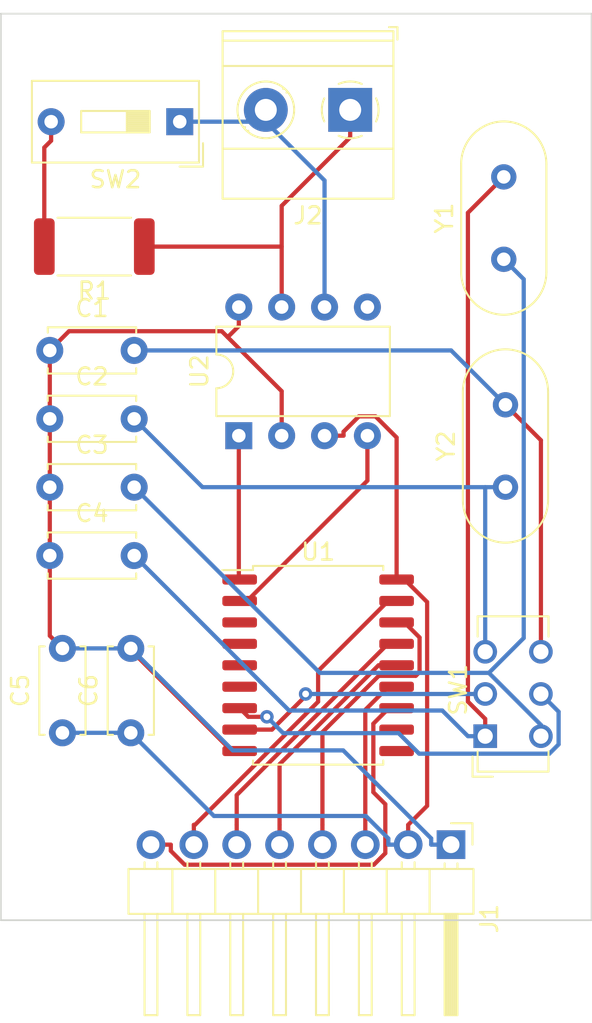
<source format=kicad_pcb>
(kicad_pcb (version 20221018) (generator pcbnew)
  (layers (0 "F.Cu" signal) (31 "B.Cu" signal) (34 "B.Paste" user) (35 "F.Paste" user) (36 "B.SilkS" user "B.Silkscreen") (37 "F.SilkS" user "F.Silkscreen") (38 "B.Mask" user) (39 "F.Mask" user) (44 "Edge.Cuts" user))
  (net 0 "")
  (net 1 "/CAN/gnd")
  (net 2 "Net-(C1-Pad2)")
  (net 3 "Net-(C2-Pad2)")
  (net 4 "Net-(C3-Pad2)")
  (net 5 "Net-(C4-Pad2)")
  (net 6 "/CAN/5v")
  (net 7 "/CAN/SPI_SCK")
  (net 8 "/CAN/SPI_CS")
  (net 9 "/CAN/SPI_MOSI")
  (net 10 "/CAN/SPI_MISO")
  (net 11 "/CAN/RESET")
  (net 12 "/CAN/CAN_INT")
  (net 13 "/CAN/CAN-H")
  (net 14 "/CAN/CAN-L")
  (net 15 "Net-(SW2-B)")
  (net 16 "Net-(U1-OSC1)")
  (net 17 "Net-(U1-OSC2)")
  (net 18 "Net-(U1-TXCAN)")
  (net 19 "Net-(U1-RXCAN)")
  (footprint "Capacitor_THT:C_Disc_D5.0mm_W2.5mm_P5.00mm" (layer "F.Cu") (at 126.8 100.6 90)
    (fp_text reference "C6" (at 2.5 -2.5 90) (layer "F.SilkS"))
    (fp_text value "0.1uF")
    (fp_line (start -0.12 -1.37) (end -0.12 -1.055) (stroke (width 0.12)) (layer "F.SilkS"))
    (fp_line (start -0.12 -1.37) (end 5.12 -1.37) (stroke (width 0.12)) (layer "F.SilkS"))
    (fp_line (start -0.12 1.055) (end -0.12 1.37) (stroke (width 0.12)) (layer "F.SilkS"))
    (fp_line (start -0.12 1.37) (end 5.12 1.37) (stroke (width 0.12)) (layer "F.SilkS"))
    (fp_line (start 5.12 -1.37) (end 5.12 -1.055) (stroke (width 0.12)) (layer "F.SilkS"))
    (fp_line (start 5.12 1.055) (end 5.12 1.37) (stroke (width 0.12)) (layer "F.SilkS"))
    (pad "1" thru_hole circle (at 0 0 90) (size 1.6 1.6) (drill 0.8) (layers "*.Cu" "*.Mask") (net 6 "/CAN/5v"))
    (pad "2" thru_hole circle (at 5 0 90) (size 1.6 1.6) (drill 0.8) (layers "*.Cu" "*.Mask") (net 1 "/CAN/gnd"))
  )
  (footprint "Capacitor_THT:C_Disc_D5.0mm_W2.5mm_P5.00mm" (layer "F.Cu") (at 122 77.95)
    (fp_text reference "C1" (at 2.5 -2.5) (layer "F.SilkS"))
    (fp_text value "22pF")
    (fp_line (start -0.12 -1.37) (end -0.12 -1.055) (stroke (width 0.12)) (layer "F.SilkS"))
    (fp_line (start -0.12 -1.37) (end 5.12 -1.37) (stroke (width 0.12)) (layer "F.SilkS"))
    (fp_line (start -0.12 1.055) (end -0.12 1.37) (stroke (width 0.12)) (layer "F.SilkS"))
    (fp_line (start -0.12 1.37) (end 5.12 1.37) (stroke (width 0.12)) (layer "F.SilkS"))
    (fp_line (start 5.12 -1.37) (end 5.12 -1.055) (stroke (width 0.12)) (layer "F.SilkS"))
    (fp_line (start 5.12 1.055) (end 5.12 1.37) (stroke (width 0.12)) (layer "F.SilkS"))
    (pad "1" thru_hole circle (at 0 0) (size 1.6 1.6) (drill 0.8) (layers "*.Cu" "*.Mask") (net 1 "/CAN/gnd"))
    (pad "2" thru_hole circle (at 5 0) (size 1.6 1.6) (drill 0.8) (layers "*.Cu" "*.Mask") (net 2 "Net-(C1-Pad2)"))
  )
  (footprint "Capacitor_THT:C_Disc_D5.0mm_W2.5mm_P5.00mm" (layer "F.Cu") (at 122 90.1)
    (fp_text reference "C4" (at 2.5 -2.5) (layer "F.SilkS"))
    (fp_text value "33pF")
    (fp_line (start -0.12 -1.37) (end -0.12 -1.055) (stroke (width 0.12)) (layer "F.SilkS"))
    (fp_line (start -0.12 -1.37) (end 5.12 -1.37) (stroke (width 0.12)) (layer "F.SilkS"))
    (fp_line (start -0.12 1.055) (end -0.12 1.37) (stroke (width 0.12)) (layer "F.SilkS"))
    (fp_line (start -0.12 1.37) (end 5.12 1.37) (stroke (width 0.12)) (layer "F.SilkS"))
    (fp_line (start 5.12 -1.37) (end 5.12 -1.055) (stroke (width 0.12)) (layer "F.SilkS"))
    (fp_line (start 5.12 1.055) (end 5.12 1.37) (stroke (width 0.12)) (layer "F.SilkS"))
    (pad "1" thru_hole circle (at 0 0) (size 1.6 1.6) (drill 0.8) (layers "*.Cu" "*.Mask") (net 1 "/CAN/gnd"))
    (pad "2" thru_hole circle (at 5 0) (size 1.6 1.6) (drill 0.8) (layers "*.Cu" "*.Mask") (net 5 "Net-(C4-Pad2)"))
  )
  (footprint "Button_Switch_THT:SW_DIP_SPSTx01_Slide_9.78x4.72mm_W7.62mm_P2.54mm" (layer "F.Cu") (at 129.7 64.4 180)
    (fp_text reference "SW2" (at 3.81 -3.42) (layer "F.SilkS"))
    (fp_text value "SW_SPST")
    (fp_line (start -1.38 -2.66) (end -1.38 -1.277) (stroke (width 0.12)) (layer "F.SilkS"))
    (fp_line (start -1.38 -2.66) (end 0.004 -2.66) (stroke (width 0.12)) (layer "F.SilkS"))
    (fp_line (start -1.14 -2.42) (end -1.14 2.42) (stroke (width 0.12)) (layer "F.SilkS"))
    (fp_line (start -1.14 -2.42) (end 8.76 -2.42) (stroke (width 0.12)) (layer "F.SilkS"))
    (fp_line (start -1.14 2.42) (end 8.76 2.42) (stroke (width 0.12)) (layer "F.SilkS"))
    (fp_line (start 1.78 -0.635) (end 1.78 0.635) (stroke (width 0.12)) (layer "F.SilkS"))
    (fp_line (start 1.78 -0.515) (end 3.133333 -0.515) (stroke (width 0.12)) (layer "F.SilkS"))
    (fp_line (start 1.78 -0.395) (end 3.133333 -0.395) (stroke (width 0.12)) (layer "F.SilkS"))
    (fp_line (start 1.78 -0.275) (end 3.133333 -0.275) (stroke (width 0.12)) (layer "F.SilkS"))
    (fp_line (start 1.78 -0.155) (end 3.133333 -0.155) (stroke (width 0.12)) (layer "F.SilkS"))
    (fp_line (start 1.78 -0.035) (end 3.133333 -0.035) (stroke (width 0.12)) (layer "F.SilkS"))
    (fp_line (start 1.78 0.085) (end 3.133333 0.085) (stroke (width 0.12)) (layer "F.SilkS"))
    (fp_line (start 1.78 0.205) (end 3.133333 0.205) (stroke (width 0.12)) (layer "F.SilkS"))
    (fp_line (start 1.78 0.325) (end 3.133333 0.325) (stroke (width 0.12)) (layer "F.SilkS"))
    (fp_line (start 1.78 0.445) (end 3.133333 0.445) (stroke (width 0.12)) (layer "F.SilkS"))
    (fp_line (start 1.78 0.565) (end 3.133333 0.565) (stroke (width 0.12)) (layer "F.SilkS"))
    (fp_line (start 1.78 0.635) (end 5.84 0.635) (stroke (width 0.12)) (layer "F.SilkS"))
    (fp_line (start 3.133333 -0.635) (end 3.133333 0.635) (stroke (width 0.12)) (layer "F.SilkS"))
    (fp_line (start 5.84 -0.635) (end 1.78 -0.635) (stroke (width 0.12)) (layer "F.SilkS"))
    (fp_line (start 5.84 0.635) (end 5.84 -0.635) (stroke (width 0.12)) (layer "F.SilkS"))
    (fp_line (start 8.76 -2.42) (end 8.76 2.42) (stroke (width 0.12)) (layer "F.SilkS"))
    (pad "1" thru_hole rect (at 0 0 180) (size 1.6 1.6) (drill 0.8) (layers "*.Cu" "*.Mask") (net 14 "/CAN/CAN-L"))
    (pad "2" thru_hole oval (at 7.62 0 180) (size 1.6 1.6) (drill 0.8) (layers "*.Cu" "*.Mask") (net 15 "Net-(SW2-B)"))
  )
  (footprint "Button_Switch_THT:SW_CuK_JS202011CQN_DPDT_Straight" (layer "F.Cu") (at 147.8 100.8 90)
    (fp_text reference "SW1" (at 2.75 -1.6 90) (layer "F.SilkS"))
    (fp_text value "SW_Slide_DPDT")
    (fp_line (start -2.4 -0.75) (end -2.4 0.45) (stroke (width 0.12)) (layer "F.SilkS"))
    (fp_line (start -2.1 -0.45) (end -2.1 3.75) (stroke (width 0.12)) (layer "F.SilkS"))
    (fp_line (start -2.1 3.75) (end -0.9 3.75) (stroke (width 0.12)) (layer "F.SilkS"))
    (fp_line (start -1.2 -0.75) (end -2.4 -0.75) (stroke (width 0.12)) (layer "F.SilkS"))
    (fp_line (start -0.9 -0.45) (end -2.1 -0.45) (stroke (width 0.12)) (layer "F.SilkS"))
    (fp_line (start 5.9 -0.45) (end 7.1 -0.45) (stroke (width 0.12)) (layer "F.SilkS"))
    (fp_line (start 7.1 -0.45) (end 7.1 3.75) (stroke (width 0.12)) (layer "F.SilkS"))
    (fp_line (start 7.1 3.75) (end 5.9 3.75) (stroke (width 0.12)) (layer "F.SilkS"))
    (pad "1" thru_hole rect (at 0 0 90) (size 1.4 1.4) (drill 0.9) (layers "*.Cu" "*.Mask") (net 5 "Net-(C4-Pad2)"))
    (pad "2" thru_hole circle (at 2.5 0 90) (size 1.4 1.4) (drill 0.9) (layers "*.Cu" "*.Mask") (net 16 "Net-(U1-OSC1)"))
    (pad "3" thru_hole circle (at 5 0 90) (size 1.4 1.4) (drill 0.9) (layers "*.Cu" "*.Mask") (net 3 "Net-(C2-Pad2)"))
    (pad "4" thru_hole circle (at 0 3.3 90) (size 1.4 1.4) (drill 0.9) (layers "*.Cu" "*.Mask") (net 4 "Net-(C3-Pad2)"))
    (pad "5" thru_hole circle (at 2.5 3.3 90) (size 1.4 1.4) (drill 0.9) (layers "*.Cu" "*.Mask") (net 17 "Net-(U1-OSC2)"))
    (pad "6" thru_hole circle (at 5 3.3 90) (size 1.4 1.4) (drill 0.9) (layers "*.Cu" "*.Mask") (net 2 "Net-(C1-Pad2)"))
  )
  (footprint "Capacitor_THT:C_Disc_D5.0mm_W2.5mm_P5.00mm" (layer "F.Cu") (at 122.75 100.6 90)
    (fp_text reference "C5" (at 2.5 -2.5 90) (layer "F.SilkS"))
    (fp_text value "0.1uF")
    (fp_line (start -0.12 -1.37) (end -0.12 -1.055) (stroke (width 0.12)) (layer "F.SilkS"))
    (fp_line (start -0.12 -1.37) (end 5.12 -1.37) (stroke (width 0.12)) (layer "F.SilkS"))
    (fp_line (start -0.12 1.055) (end -0.12 1.37) (stroke (width 0.12)) (layer "F.SilkS"))
    (fp_line (start -0.12 1.37) (end 5.12 1.37) (stroke (width 0.12)) (layer "F.SilkS"))
    (fp_line (start 5.12 -1.37) (end 5.12 -1.055) (stroke (width 0.12)) (layer "F.SilkS"))
    (fp_line (start 5.12 1.055) (end 5.12 1.37) (stroke (width 0.12)) (layer "F.SilkS"))
    (pad "1" thru_hole circle (at 0 0 90) (size 1.6 1.6) (drill 0.8) (layers "*.Cu" "*.Mask") (net 6 "/CAN/5v"))
    (pad "2" thru_hole circle (at 5 0 90) (size 1.6 1.6) (drill 0.8) (layers "*.Cu" "*.Mask") (net 1 "/CAN/gnd"))
  )
  (footprint "Capacitor_THT:C_Disc_D5.0mm_W2.5mm_P5.00mm" (layer "F.Cu") (at 122 86.05)
    (fp_text reference "C3" (at 2.5 -2.5) (layer "F.SilkS"))
    (fp_text value "33pF")
    (fp_line (start -0.12 -1.37) (end -0.12 -1.055) (stroke (width 0.12)) (layer "F.SilkS"))
    (fp_line (start -0.12 -1.37) (end 5.12 -1.37) (stroke (width 0.12)) (layer "F.SilkS"))
    (fp_line (start -0.12 1.055) (end -0.12 1.37) (stroke (width 0.12)) (layer "F.SilkS"))
    (fp_line (start -0.12 1.37) (end 5.12 1.37) (stroke (width 0.12)) (layer "F.SilkS"))
    (fp_line (start 5.12 -1.37) (end 5.12 -1.055) (stroke (width 0.12)) (layer "F.SilkS"))
    (fp_line (start 5.12 1.055) (end 5.12 1.37) (stroke (width 0.12)) (layer "F.SilkS"))
    (pad "1" thru_hole circle (at 0 0) (size 1.6 1.6) (drill 0.8) (layers "*.Cu" "*.Mask") (net 1 "/CAN/gnd"))
    (pad "2" thru_hole circle (at 5 0) (size 1.6 1.6) (drill 0.8) (layers "*.Cu" "*.Mask") (net 4 "Net-(C3-Pad2)"))
  )
  (footprint "Resistor_SMD:R_2512_6332Metric" (layer "F.Cu") (at 124.6375 71.8 180)
    (fp_text reference "R1" (at 0 -2.62) (layer "F.SilkS"))
    (fp_text value "120")
    (fp_line (start -2.177064 -1.71) (end 2.177064 -1.71) (stroke (width 0.12)) (layer "F.SilkS"))
    (fp_line (start -2.177064 1.71) (end 2.177064 1.71) (stroke (width 0.12)) (layer "F.SilkS"))
    (pad "1" smd roundrect (at -2.9625 0 180) (size 1.225 3.35) (layers "F.Cu" "F.Paste" "F.Mask") (roundrect_rratio 0.204082) (net 13 "/CAN/CAN-H"))
    (pad "2" smd roundrect (at 2.9625 0 180) (size 1.225 3.35) (layers "F.Cu" "F.Paste" "F.Mask") (roundrect_rratio 0.204082) (net 15 "Net-(SW2-B)"))
  )
  (footprint "Connector_PinHeader_2.54mm:PinHeader_1x08_P2.54mm_Horizontal" (layer "F.Cu") (at 145.775 107.225 -90)
    (fp_text reference "J1" (at 4.385 -2.27 90) (layer "F.SilkS"))
    (fp_text value "Conn_01x08")
    (fp_line (start -1.27 -1.27) (end 0 -1.27) (stroke (width 0.12)) (layer "F.SilkS"))
    (fp_line (start -1.27 0) (end -1.27 -1.27) (stroke (width 0.12)) (layer "F.SilkS"))
    (fp_line (start 1.042929 2.16) (end 1.44 2.16) (stroke (width 0.12)) (layer "F.SilkS"))
    (fp_line (start 1.042929 2.92) (end 1.44 2.92) (stroke (width 0.12)) (layer "F.SilkS"))
    (fp_line (start 1.042929 4.7) (end 1.44 4.7) (stroke (width 0.12)) (layer "F.SilkS"))
    (fp_line (start 1.042929 5.46) (end 1.44 5.46) (stroke (width 0.12)) (layer "F.SilkS"))
    (fp_line (start 1.042929 7.24) (end 1.44 7.24) (stroke (width 0.12)) (layer "F.SilkS"))
    (fp_line (start 1.042929 8) (end 1.44 8) (stroke (width 0.12)) (layer "F.SilkS"))
    (fp_line (start 1.042929 9.78) (end 1.44 9.78) (stroke (width 0.12)) (layer "F.SilkS"))
    (fp_line (start 1.042929 10.54) (end 1.44 10.54) (stroke (width 0.12)) (layer "F.SilkS"))
    (fp_line (start 1.042929 12.32) (end 1.44 12.32) (stroke (width 0.12)) (layer "F.SilkS"))
    (fp_line (start 1.042929 13.08) (end 1.44 13.08) (stroke (width 0.12)) (layer "F.SilkS"))
    (fp_line (start 1.042929 14.86) (end 1.44 14.86) (stroke (width 0.12)) (layer "F.SilkS"))
    (fp_line (start 1.042929 15.62) (end 1.44 15.62) (stroke (width 0.12)) (layer "F.SilkS"))
    (fp_line (start 1.042929 17.4) (end 1.44 17.4) (stroke (width 0.12)) (layer "F.SilkS"))
    (fp_line (start 1.042929 18.16) (end 1.44 18.16) (stroke (width 0.12)) (layer "F.SilkS"))
    (fp_line (start 1.11 -0.38) (end 1.44 -0.38) (stroke (width 0.12)) (layer "F.SilkS"))
    (fp_line (start 1.11 0.38) (end 1.44 0.38) (stroke (width 0.12)) (layer "F.SilkS"))
    (fp_line (start 1.44 -1.33) (end 1.44 19.11) (stroke (width 0.12)) (layer "F.SilkS"))
    (fp_line (start 1.44 1.27) (end 4.1 1.27) (stroke (width 0.12)) (layer "F.SilkS"))
    (fp_line (start 1.44 3.81) (end 4.1 3.81) (stroke (width 0.12)) (layer "F.SilkS"))
    (fp_line (start 1.44 6.35) (end 4.1 6.35) (stroke (width 0.12)) (layer "F.SilkS"))
    (fp_line (start 1.44 8.89) (end 4.1 8.89) (stroke (width 0.12)) (layer "F.SilkS"))
    (fp_line (start 1.44 11.43) (end 4.1 11.43) (stroke (width 0.12)) (layer "F.SilkS"))
    (fp_line (start 1.44 13.97) (end 4.1 13.97) (stroke (width 0.12)) (layer "F.SilkS"))
    (fp_line (start 1.44 16.51) (end 4.1 16.51) (stroke (width 0.12)) (layer "F.SilkS"))
    (fp_line (start 1.44 19.11) (end 4.1 19.11) (stroke (width 0.12)) (layer "F.SilkS"))
    (fp_line (start 4.1 -1.33) (end 1.44 -1.33) (stroke (width 0.12)) (layer "F.SilkS"))
    (fp_line (start 4.1 -0.38) (end 10.1 -0.38) (stroke (width 0.12)) (layer "F.SilkS"))
    (fp_line (start 4.1 -0.32) (end 10.1 -0.32) (stroke (width 0.12)) (layer "F.SilkS"))
    (fp_line (start 4.1 -0.2) (end 10.1 -0.2) (stroke (width 0.12)) (layer "F.SilkS"))
    (fp_line (start 4.1 -0.08) (end 10.1 -0.08) (stroke (width 0.12)) (layer "F.SilkS"))
    (fp_line (start 4.1 0.04) (end 10.1 0.04) (stroke (width 0.12)) (layer "F.SilkS"))
    (fp_line (start 4.1 0.16) (end 10.1 0.16) (stroke (width 0.12)) (layer "F.SilkS"))
    (fp_line (start 4.1 0.28) (end 10.1 0.28) (stroke (width 0.12)) (layer "F.SilkS"))
    (fp_line (start 4.1 2.16) (end 10.1 2.16) (stroke (width 0.12)) (layer "F.SilkS"))
    (fp_line (start 4.1 4.7) (end 10.1 4.7) (stroke (width 0.12)) (layer "F.SilkS"))
    (fp_line (start 4.1 7.24) (end 10.1 7.24) (stroke (width 0.12)) (layer "F.SilkS"))
    (fp_line (start 4.1 9.78) (end 10.1 9.78) (stroke (width 0.12)) (layer "F.SilkS"))
    (fp_line (start 4.1 12.32) (end 10.1 12.32) (stroke (width 0.12)) (layer "F.SilkS"))
    (fp_line (start 4.1 14.86) (end 10.1 14.86) (stroke (width 0.12)) (layer "F.SilkS"))
    (fp_line (start 4.1 17.4) (end 10.1 17.4) (stroke (width 0.12)) (layer "F.SilkS"))
    (fp_line (start 4.1 19.11) (end 4.1 -1.33) (stroke (width 0.12)) (layer "F.SilkS"))
    (fp_line (start 10.1 -0.38) (end 10.1 0.38) (stroke (width 0.12)) (layer "F.SilkS"))
    (fp_line (start 10.1 0.38) (end 4.1 0.38) (stroke (width 0.12)) (layer "F.SilkS"))
    (fp_line (start 10.1 2.16) (end 10.1 2.92) (stroke (width 0.12)) (layer "F.SilkS"))
    (fp_line (start 10.1 2.92) (end 4.1 2.92) (stroke (width 0.12)) (layer "F.SilkS"))
    (fp_line (start 10.1 4.7) (end 10.1 5.46) (stroke (width 0.12)) (layer "F.SilkS"))
    (fp_line (start 10.1 5.46) (end 4.1 5.46) (stroke (width 0.12)) (layer "F.SilkS"))
    (fp_line (start 10.1 7.24) (end 10.1 8) (stroke (width 0.12)) (layer "F.SilkS"))
    (fp_line (start 10.1 8) (end 4.1 8) (stroke (width 0.12)) (layer "F.SilkS"))
    (fp_line (start 10.1 9.78) (end 10.1 10.54) (stroke (width 0.12)) (layer "F.SilkS"))
    (fp_line (start 10.1 10.54) (end 4.1 10.54) (stroke (width 0.12)) (layer "F.SilkS"))
    (fp_line (start 10.1 12.32) (end 10.1 13.08) (stroke (width 0.12)) (layer "F.SilkS"))
    (fp_line (start 10.1 13.08) (end 4.1 13.08) (stroke (width 0.12)) (layer "F.SilkS"))
    (fp_line (start 10.1 14.86) (end 10.1 15.62) (stroke (width 0.12)) (layer "F.SilkS"))
    (fp_line (start 10.1 15.62) (end 4.1 15.62) (stroke (width 0.12)) (layer "F.SilkS"))
    (fp_line (start 10.1 17.4) (end 10.1 18.16) (stroke (width 0.12)) (layer "F.SilkS"))
    (fp_line (start 10.1 18.16) (end 4.1 18.16) (stroke (width 0.12)) (layer "F.SilkS"))
    (pad "1" thru_hole rect (at 0 0 270) (size 1.7 1.7) (drill 1) (layers "*.Cu" "*.Mask") (net 1 "/CAN/gnd"))
    (pad "2" thru_hole oval (at 0 2.54 270) (size 1.7 1.7) (drill 1) (layers "*.Cu" "*.Mask") (net 6 "/CAN/5v"))
    (pad "3" thru_hole oval (at 0 5.08 270) (size 1.7 1.7) (drill 1) (layers "*.Cu" "*.Mask") (net 7 "/CAN/SPI_SCK"))
    (pad "4" thru_hole oval (at 0 7.62 270) (size 1.7 1.7) (drill 1) (layers "*.Cu" "*.Mask") (net 8 "/CAN/SPI_CS"))
    (pad "5" thru_hole oval (at 0 10.16 270) (size 1.7 1.7) (drill 1) (layers "*.Cu" "*.Mask") (net 9 "/CAN/SPI_MOSI"))
    (pad "6" thru_hole oval (at 0 12.7 270) (size 1.7 1.7) (drill 1) (layers "*.Cu" "*.Mask") (net 10 "/CAN/SPI_MISO"))
    (pad "7" thru_hole oval (at 0 15.24 270) (size 1.7 1.7) (drill 1) (layers "*.Cu" "*.Mask") (net 11 "/CAN/RESET"))
    (pad "8" thru_hole oval (at 0 17.78 270) (size 1.7 1.7) (drill 1) (layers "*.Cu" "*.Mask") (net 12 "/CAN/CAN_INT"))
  )
  (footprint "Package_DIP:DIP-8_W7.62mm" (layer "F.Cu") (at 133.2 83 90)
    (fp_text reference "U2" (at 3.81 -2.33 90) (layer "F.SilkS"))
    (fp_text value "MCP2561-E-P")
    (fp_line (start 1.16 -1.33) (end 1.16 8.95) (stroke (width 0.12)) (layer "F.SilkS"))
    (fp_line (start 1.16 8.95) (end 6.46 8.95) (stroke (width 0.12)) (layer "F.SilkS"))
    (fp_line (start 2.81 -1.33) (end 1.16 -1.33) (stroke (width 0.12)) (layer "F.SilkS"))
    (fp_line (start 6.46 -1.33) (end 4.81 -1.33) (stroke (width 0.12)) (layer "F.SilkS"))
    (fp_line (start 6.46 8.95) (end 6.46 -1.33) (stroke (width 0.12)) (layer "F.SilkS"))
    (fp_arc (start 4.81 -1.33) (mid 3.81 -0.33) (end 2.81 -1.33) (stroke (width 0.12)) (layer "F.SilkS"))
    (pad "1" thru_hole rect (at 0 0 90) (size 1.6 1.6) (drill 0.8) (layers "*.Cu" "*.Mask") (net 18 "Net-(U1-TXCAN)"))
    (pad "2" thru_hole oval (at 0 2.54 90) (size 1.6 1.6) (drill 0.8) (layers "*.Cu" "*.Mask") (net 1 "/CAN/gnd"))
    (pad "3" thru_hole oval (at 0 5.08 90) (size 1.6 1.6) (drill 0.8) (layers "*.Cu" "*.Mask") (net 6 "/CAN/5v"))
    (pad "4" thru_hole oval (at 0 7.62 90) (size 1.6 1.6) (drill 0.8) (layers "*.Cu" "*.Mask") (net 19 "Net-(U1-RXCAN)"))
    (pad "5" thru_hole oval (at 7.62 7.62 90) (size 1.6 1.6) (drill 0.8) (layers "*.Cu" "*.Mask"))
    (pad "6" thru_hole oval (at 7.62 5.08 90) (size 1.6 1.6) (drill 0.8) (layers "*.Cu" "*.Mask") (net 14 "/CAN/CAN-L"))
    (pad "7" thru_hole oval (at 7.62 2.54 90) (size 1.6 1.6) (drill 0.8) (layers "*.Cu" "*.Mask") (net 13 "/CAN/CAN-H"))
    (pad "8" thru_hole oval (at 7.62 0 90) (size 1.6 1.6) (drill 0.8) (layers "*.Cu" "*.Mask") (net 1 "/CAN/gnd"))
  )
  (footprint "Crystal:Crystal_HC49-4H_Vertical" (layer "F.Cu") (at 148.9 72.55 90)
    (fp_text reference "Y1" (at 2.44 -3.525 90) (layer "F.SilkS"))
    (fp_text value "8MHz")
    (fp_line (start -0.76 -2.525) (end 5.64 -2.525) (stroke (width 0.12)) (layer "F.SilkS"))
    (fp_line (start -0.76 2.525) (end 5.64 2.525) (stroke (width 0.12)) (layer "F.SilkS"))
    (fp_arc (start -0.76 2.525) (mid -3.285 0) (end -0.76 -2.525) (stroke (width 0.12)) (layer "F.SilkS"))
    (fp_arc (start 5.64 -2.525) (mid 8.165 0) (end 5.64 2.525) (stroke (width 0.12)) (layer "F.SilkS"))
    (pad "1" thru_hole circle (at 0 0 90) (size 1.5 1.5) (drill 0.8) (layers "*.Cu" "*.Mask") (net 4 "Net-(C3-Pad2)"))
    (pad "2" thru_hole circle (at 4.88 0 90) (size 1.5 1.5) (drill 0.8) (layers "*.Cu" "*.Mask") (net 5 "Net-(C4-Pad2)"))
  )
  (footprint "TerminalBlock_Phoenix:TerminalBlock_Phoenix_MKDS-1,5-2_1x02_P5.00mm_Horizontal" (layer "F.Cu") (at 139.8 63.7 180)
    (fp_text reference "J2" (at 2.5 -6.26) (layer "F.SilkS"))
    (fp_text value "Screw_Terminal_01x02")
    (fp_line (start -2.8 4.16) (end -2.8 4.9) (stroke (width 0.12)) (layer "F.SilkS"))
    (fp_line (start -2.8 4.9) (end -2.3 4.9) (stroke (width 0.12)) (layer "F.SilkS"))
    (fp_line (start -2.56 -5.261) (end -2.56 4.66) (stroke (width 0.12)) (layer "F.SilkS"))
    (fp_line (start -2.56 -5.261) (end 7.56 -5.261) (stroke (width 0.12)) (layer "F.SilkS"))
    (fp_line (start -2.56 -2.301) (end 7.56 -2.301) (stroke (width 0.12)) (layer "F.SilkS"))
    (fp_line (start -2.56 2.6) (end 7.56 2.6) (stroke (width 0.12)) (layer "F.SilkS"))
    (fp_line (start -2.56 4.1) (end 7.56 4.1) (stroke (width 0.12)) (layer "F.SilkS"))
    (fp_line (start -2.56 4.66) (end 7.56 4.66) (stroke (width 0.12)) (layer "F.SilkS"))
    (fp_line (start 3.773 1.023) (end 3.726 1.069) (stroke (width 0.12)) (layer "F.SilkS"))
    (fp_line (start 3.966 1.239) (end 3.931 1.274) (stroke (width 0.12)) (layer "F.SilkS"))
    (fp_line (start 6.07 -1.275) (end 6.035 -1.239) (stroke (width 0.12)) (layer "F.SilkS"))
    (fp_line (start 6.275 -1.069) (end 6.228 -1.023) (stroke (width 0.12)) (layer "F.SilkS"))
    (fp_line (start 7.56 -5.261) (end 7.56 4.66) (stroke (width 0.12)) (layer "F.SilkS"))
    (fp_arc (start -1.535427 0.683042) (mid -1.680501 -0.000524) (end -1.535 -0.684) (stroke (width 0.12)) (layer "F.SilkS"))
    (fp_arc (start -0.683042 -1.535427) (mid 0.000524 -1.680501) (end 0.684 -1.535) (stroke (width 0.12)) (layer "F.SilkS"))
    (fp_arc (start 0.028805 1.680253) (mid -0.335551 1.646659) (end -0.684 1.535) (stroke (width 0.12)) (layer "F.SilkS"))
    (fp_arc (start 0.683318 1.534756) (mid 0.349292 1.643288) (end 0 1.68) (stroke (width 0.12)) (layer "F.SilkS"))
    (fp_arc (start 1.535427 -0.683042) (mid 1.680501 0.000524) (end 1.535 0.684) (stroke (width 0.12)) (layer "F.SilkS"))
    (fp_circle (center 5 0) (end 6.68 0) (stroke (width 0.12)) (fill none) (layer "F.SilkS"))
    (pad "1" thru_hole rect (at 0 0 180) (size 2.6 2.6) (drill 1.3) (layers "*.Cu" "*.Mask") (net 13 "/CAN/CAN-H"))
    (pad "2" thru_hole circle (at 5 0 180) (size 2.6 2.6) (drill 1.3) (layers "*.Cu" "*.Mask") (net 14 "/CAN/CAN-L"))
  )
  (footprint "Crystal:Crystal_HC49-4H_Vertical" (layer "F.Cu") (at 149 86.05 90)
    (fp_text reference "Y2" (at 2.44 -3.525 90) (layer "F.SilkS"))
    (fp_text value "16MHz")
    (fp_line (start -0.76 -2.525) (end 5.64 -2.525) (stroke (width 0.12)) (layer "F.SilkS"))
    (fp_line (start -0.76 2.525) (end 5.64 2.525) (stroke (width 0.12)) (layer "F.SilkS"))
    (fp_arc (start -0.76 2.525) (mid -3.285 0) (end -0.76 -2.525) (stroke (width 0.12)) (layer "F.SilkS"))
    (fp_arc (start 5.64 -2.525) (mid 8.165 0) (end 5.64 2.525) (stroke (width 0.12)) (layer "F.SilkS"))
    (pad "1" thru_hole circle (at 0 0 90) (size 1.5 1.5) (drill 0.8) (layers "*.Cu" "*.Mask") (net 3 "Net-(C2-Pad2)"))
    (pad "2" thru_hole circle (at 4.88 0 90) (size 1.5 1.5) (drill 0.8) (layers "*.Cu" "*.Mask") (net 2 "Net-(C1-Pad2)"))
  )
  (footprint "Capacitor_THT:C_Disc_D5.0mm_W2.5mm_P5.00mm" (layer "F.Cu") (at 122 82)
    (fp_text reference "C2" (at 2.5 -2.5) (layer "F.SilkS"))
    (fp_text value "22pF")
    (fp_line (start -0.12 -1.37) (end -0.12 -1.055) (stroke (width 0.12)) (layer "F.SilkS"))
    (fp_line (start -0.12 -1.37) (end 5.12 -1.37) (stroke (width 0.12)) (layer "F.SilkS"))
    (fp_line (start -0.12 1.055) (end -0.12 1.37) (stroke (width 0.12)) (layer "F.SilkS"))
    (fp_line (start -0.12 1.37) (end 5.12 1.37) (stroke (width 0.12)) (layer "F.SilkS"))
    (fp_line (start 5.12 -1.37) (end 5.12 -1.055) (stroke (width 0.12)) (layer "F.SilkS"))
    (fp_line (start 5.12 1.055) (end 5.12 1.37) (stroke (width 0.12)) (layer "F.SilkS"))
    (pad "1" thru_hole circle (at 0 0) (size 1.6 1.6) (drill 0.8) (layers "*.Cu" "*.Mask") (net 1 "/CAN/gnd"))
    (pad "2" thru_hole circle (at 5 0) (size 1.6 1.6) (drill 0.8) (layers "*.Cu" "*.Mask") (net 3 "Net-(C2-Pad2)"))
  )
  (footprint "Package_SO:SOIC-18W_7.5x11.6mm_P1.27mm" (layer "F.Cu") (at 137.9 96.6)
    (fp_text reference "U1" (at 0 -6.72) (layer "F.SilkS"))
    (fp_text value "MCP2515-xSO")
    (fp_line (start -3.86 -5.885) (end -3.86 -5.64) (stroke (width 0.12)) (layer "F.SilkS"))
    (fp_line (start -3.86 -5.64) (end -5.675 -5.64) (stroke (width 0.12)) (layer "F.SilkS"))
    (fp_line (start -3.86 5.885) (end -3.86 5.64) (stroke (width 0.12)) (layer "F.SilkS"))
    (fp_line (start 0 -5.885) (end -3.86 -5.885) (stroke (width 0.12)) (layer "F.SilkS"))
    (fp_line (start 0 -5.885) (end 3.86 -5.885) (stroke (width 0.12)) (layer "F.SilkS"))
    (fp_line (start 0 5.885) (end -3.86 5.885) (stroke (width 0.12)) (layer "F.SilkS"))
    (fp_line (start 0 5.885) (end 3.86 5.885) (stroke (width 0.12)) (layer "F.SilkS"))
    (fp_line (start 3.86 -5.885) (end 3.86 -5.64) (stroke (width 0.12)) (layer "F.SilkS"))
    (fp_line (start 3.86 5.885) (end 3.86 5.64) (stroke (width 0.12)) (layer "F.SilkS"))
    (pad "1" smd roundrect (at -4.65 -5.08) (size 2.05 0.6) (layers "F.Cu" "F.Paste" "F.Mask") (net 18 "Net-(U1-TXCAN)"))
    (pad "2" smd roundrect (at -4.65 -3.81) (size 2.05 0.6) (layers "F.Cu" "F.Paste" "F.Mask") (net 19 "Net-(U1-RXCAN)"))
    (pad "3" smd roundrect (at -4.65 -2.54) (size 2.05 0.6) (layers "F.Cu" "F.Paste" "F.Mask"))
    (pad "4" smd roundrect (at -4.65 -1.27) (size 2.05 0.6) (layers "F.Cu" "F.Paste" "F.Mask"))
    (pad "5" smd roundrect (at -4.65 0) (size 2.05 0.6) (layers "F.Cu" "F.Paste" "F.Mask"))
    (pad "6" smd roundrect (at -4.65 1.27) (size 2.05 0.6) (layers "F.Cu" "F.Paste" "F.Mask"))
    (pad "7" smd roundrect (at -4.65 2.54) (size 2.05 0.6) (layers "F.Cu" "F.Paste" "F.Mask") (net 17 "Net-(U1-OSC2)"))
    (pad "8" smd roundrect (at -4.65 3.81) (size 2.05 0.6) (layers "F.Cu" "F.Paste" "F.Mask") (net 16 "Net-(U1-OSC1)"))
    (pad "9" smd roundrect (at -4.65 5.08) (size 2.05 0.6) (layers "F.Cu" "F.Paste" "F.Mask") (net 1 "/CAN/gnd"))
    (pad "10" smd roundrect (at 4.65 5.08) (size 2.05 0.6) (layers "F.Cu" "F.Paste" "F.Mask"))
    (pad "11" smd roundrect (at 4.65 3.81) (size 2.05 0.6) (layers "F.Cu" "F.Paste" "F.Mask"))
    (pad "12" smd roundrect (at 4.65 2.54) (size 2.05 0.6) (layers "F.Cu" "F.Paste" "F.Mask") (net 12 "/CAN/CAN_INT"))
    (pad "13" smd roundrect (at 4.65 1.27) (size 2.05 0.6) (layers "F.Cu" "F.Paste" "F.Mask") (net 7 "/CAN/SPI_SCK"))
    (pad "14" smd roundrect (at 4.65 0) (size 2.05 0.6) (layers "F.Cu" "F.Paste" "F.Mask") (net 9 "/CAN/SPI_MOSI"))
    (pad "15" smd roundrect (at 4.65 -1.27) (size 2.05 0.6) (layers "F.Cu" "F.Paste" "F.Mask") (net 10 "/CAN/SPI_MISO"))
    (pad "16" smd roundrect (at 4.65 -2.54) (size 2.05 0.6) (layers "F.Cu" "F.Paste" "F.Mask") (net 8 "/CAN/SPI_CS"))
    (pad "17" smd roundrect (at 4.65 -3.81) (size 2.05 0.6) (layers "F.Cu" "F.Paste" "F.Mask") (net 11 "/CAN/RESET"))
    (pad "18" smd roundrect (at 4.65 -5.08) (size 2.05 0.6) (layers "F.Cu" "F.Paste" "F.Mask") (net 6 "/CAN/5v"))
  )
  (gr_rect (start 119.1 58) (end 154.1 111.7) (stroke (width 0.1)) (fill none) (layer "Edge.Cuts"))
  (segment (start 135.74 80.3632) (end 135.74 83) (width 0.25) (layer "F.Cu") (net 1))
  (segment (start 126.8 95.6978) (end 132.7822 101.68) (width 0.25) (layer "F.Cu") (net 1))
  (segment (start 133.2 75.38) (end 133.2 76.5051) (width 0.25) (layer "F.Cu") (net 1))
  (segment (start 122 94.85) (end 122.75 95.6) (width 0.25) (layer "F.Cu") (net 1))
  (segment (start 122 86.05) (end 122 90.1) (width 0.25) (layer "F.Cu") (net 1))
  (segment (start 132.541 77.1641) (end 135.74 80.3632) (width 0.25) (layer "F.Cu") (net 1))
  (segment (start 122 77.95) (end 123.1381 76.8119) (width 0.25) (layer "F.Cu") (net 1))
  (segment (start 126.8 95.6) (end 126.8 95.6978) (width 0.25) (layer "F.Cu") (net 1))
  (segment (start 133.2 76.5051) (end 132.541 77.1641) (width 0.25) (layer "F.Cu") (net 1))
  (segment (start 132.1887 76.8119) (end 132.541 77.1641) (width 0.25) (layer "F.Cu") (net 1))
  (segment (start 132.7822 101.68) (end 133.25 101.68) (width 0.25) (layer "F.Cu") (net 1))
  (segment (start 122 77.95) (end 122 82) (width 0.25) (layer "F.Cu") (net 1))
  (segment (start 122 90.1) (end 122 94.85) (width 0.25) (layer "F.Cu") (net 1))
  (segment (start 123.1381 76.8119) (end 132.1887 76.8119) (width 0.25) (layer "F.Cu") (net 1))
  (segment (start 122 82) (end 122 86.05) (width 0.25) (layer "F.Cu") (net 1))
  (segment (start 139.3835 101.6414) (end 144.5999 106.8578) (width 0.25) (layer "B.Cu") (net 1))
  (segment (start 144.5999 106.8578) (end 144.5999 107.225) (width 0.25) (layer "B.Cu") (net 1))
  (segment (start 122.75 95.6) (end 126.8 95.6) (width 0.25) (layer "B.Cu") (net 1))
  (segment (start 145.775 107.225) (end 144.5999 107.225) (width 0.25) (layer "B.Cu") (net 1))
  (segment (start 126.8 95.6) (end 132.8414 101.6414) (width 0.25) (layer "B.Cu") (net 1))
  (segment (start 132.8414 101.6414) (end 139.3835 101.6414) (width 0.25) (layer "B.Cu") (net 1))
  (segment (start 149 81.17) (end 151.1 83.27) (width 0.25) (layer "F.Cu") (net 2))
  (segment (start 151.1 83.27) (end 151.1 95.8) (width 0.25) (layer "F.Cu") (net 2))
  (segment (start 127 77.95) (end 145.78 77.95) (width 0.25) (layer "B.Cu") (net 2))
  (segment (start 145.78 77.95) (end 149 81.17) (width 0.25) (layer "B.Cu") (net 2))
  (segment (start 147.8 86.05) (end 149 86.05) (width 0.25) (layer "B.Cu") (net 3))
  (segment (start 127 82) (end 131.05 86.05) (width 0.25) (layer "B.Cu") (net 3))
  (segment (start 131.05 86.05) (end 147.8 86.05) (width 0.25) (layer "B.Cu") (net 3))
  (segment (start 147.8 86.05) (end 147.8 95.8) (width 0.25) (layer "B.Cu") (net 3))
  (segment (start 150.0815 94.9858) (end 148.0173 97.05) (width 0.25) (layer "B.Cu") (net 4))
  (segment (start 151.1 100.1327) (end 148.0173 97.05) (width 0.25) (layer "B.Cu") (net 4))
  (segment (start 138 97.05) (end 127 86.05) (width 0.25) (layer "B.Cu") (net 4))
  (segment (start 148.9 72.55) (end 150.0815 73.7315) (width 0.25) (layer "B.Cu") (net 4))
  (segment (start 150.0815 73.7315) (end 150.0815 94.9858) (width 0.25) (layer "B.Cu") (net 4))
  (segment (start 148.0173 97.05) (end 138 97.05) (width 0.25) (layer "B.Cu") (net 4))
  (segment (start 151.1 100.8) (end 151.1 100.1327) (width 0.25) (layer "B.Cu") (net 4))
  (segment (start 147.8 100.8) (end 147.8 99.7749) (width 0.25) (layer "F.Cu") (net 5))
  (segment (start 148.9 67.67) (end 146.7749 69.7951) (width 0.25) (layer "F.Cu") (net 5))
  (segment (start 146.7749 69.7951) (end 146.7749 98.7498) (width 0.25) (layer "F.Cu") (net 5))
  (segment (start 146.7749 98.7498) (end 147.8 99.7749) (width 0.25) (layer "F.Cu") (net 5))
  (segment (start 136.1795 99.2795) (end 127 90.1) (width 0.25) (layer "B.Cu") (net 5))
  (segment (start 145.2544 99.2795) (end 136.1795 99.2795) (width 0.25) (layer "B.Cu") (net 5))
  (segment (start 146.7749 100.8) (end 145.2544 99.2795) (width 0.25) (layer "B.Cu") (net 5))
  (segment (start 147.8 100.8) (end 146.7749 100.8) (width 0.25) (layer "B.Cu") (net 5))
  (segment (start 139.4051 82.7668) (end 139.4051 83) (width 0.25) (layer "F.Cu") (net 6))
  (segment (start 142.55 83.1054) (end 141.2996 81.855) (width 0.25) (layer "F.Cu") (net 6))
  (segment (start 142.55 91.52) (end 142.55 83.1054) (width 0.25) (layer "F.Cu") (net 6))
  (segment (start 140.3169 81.855) (end 139.4051 82.7668) (width 0.25) (layer "F.Cu") (net 6))
  (segment (start 138.28 83) (end 139.4051 83) (width 0.25) (layer "F.Cu") (net 6))
  (segment (start 144.3595 92.8546) (end 144.3595 104.9254) (width 0.25) (layer "F.Cu") (net 6))
  (segment (start 143.0249 91.52) (end 144.3595 92.8546) (width 0.25) (layer "F.Cu") (net 6))
  (segment (start 141.2996 81.855) (end 140.3169 81.855) (width 0.25) (layer "F.Cu") (net 6))
  (segment (start 144.3595 104.9254) (end 143.235 106.0499) (width 0.25) (layer "F.Cu") (net 6))
  (segment (start 142.55 91.52) (end 143.0249 91.52) (width 0.25) (layer "F.Cu") (net 6))
  (segment (start 143.235 107.225) (end 143.235 106.0499) (width 0.25) (layer "F.Cu") (net 6))
  (segment (start 142.0599 106.8598) (end 142.0599 107.225) (width 0.25) (layer "B.Cu") (net 6))
  (segment (start 140.7264 105.5263) (end 142.0599 106.8598) (width 0.25) (layer "B.Cu") (net 6))
  (segment (start 126.8 100.6) (end 131.7263 105.5263) (width 0.25) (layer "B.Cu") (net 6))
  (segment (start 122.75 100.6) (end 126.8 100.6) (width 0.25) (layer "B.Cu") (net 6))
  (segment (start 131.7263 105.5263) (end 140.7264 105.5263) (width 0.25) (layer "B.Cu") (net 6))
  (segment (start 143.235 107.225) (end 142.0599 107.225) (width 0.25) (layer "B.Cu") (net 6))
  (segment (start 140.695 99.2389) (end 142.0639 97.87) (width 0.25) (layer "F.Cu") (net 7))
  (segment (start 142.0639 97.87) (end 142.55 97.87) (width 0.25) (layer "F.Cu") (net 7))
  (segment (start 140.695 107.225) (end 140.695 99.2389) (width 0.25) (layer "F.Cu") (net 7))
  (segment (start 143.0176 94.06) (end 142.55 94.06) (width 0.25) (layer "F.Cu") (net 8))
  (segment (start 143.6845 97.2257) (end 143.9094 97.0008) (width 0.25) (layer "F.Cu") (net 8))
  (segment (start 143.9094 97.0008) (end 143.9094 94.9518) (width 0.25) (layer "F.Cu") (net 8))
  (segment (start 138.155 106.0499) (end 138.155 100.5621) (width 0.25) (layer "F.Cu") (net 8))
  (segment (start 141.4914 97.2257) (end 143.6845 97.2257) (width 0.25) (layer "F.Cu") (net 8))
  (segment (start 138.155 107.225) (end 138.155 106.0499) (width 0.25) (layer "F.Cu") (net 8))
  (segment (start 143.9094 94.9518) (end 143.0176 94.06) (width 0.25) (layer "F.Cu") (net 8))
  (segment (start 138.155 100.5621) (end 141.4914 97.2257) (width 0.25) (layer "F.Cu") (net 8))
  (segment (start 141.4779 96.6) (end 142.55 96.6) (width 0.25) (layer "F.Cu") (net 9))
  (segment (start 135.615 107.225) (end 135.615 106.0499) (width 0.25) (layer "F.Cu") (net 9))
  (segment (start 135.615 106.0499) (end 135.615 102.4629) (width 0.25) (layer "F.Cu") (net 9))
  (segment (start 135.615 102.4629) (end 141.4779 96.6) (width 0.25) (layer "F.Cu") (net 9))
  (segment (start 133.075 104.2887) (end 142.0337 95.33) (width 0.25) (layer "F.Cu") (net 10))
  (segment (start 133.075 106.0499) (end 133.075 104.2887) (width 0.25) (layer "F.Cu") (net 10))
  (segment (start 142.0337 95.33) (end 142.55 95.33) (width 0.25) (layer "F.Cu") (net 10))
  (segment (start 133.075 107.225) (end 133.075 106.0499) (width 0.25) (layer "F.Cu") (net 10))
  (segment (start 130.535 106.0499) (end 130.606 106.0499) (width 0.25) (layer "F.Cu") (net 11))
  (segment (start 130.606 106.0499) (end 137.9 98.7559) (width 0.25) (layer "F.Cu") (net 11))
  (segment (start 137.9 96.9392) (end 142.0492 92.79) (width 0.25) (layer "F.Cu") (net 11))
  (segment (start 137.9 98.7559) (end 137.9 96.9392) (width 0.25) (layer "F.Cu") (net 11))
  (segment (start 142.0492 92.79) (end 142.55 92.79) (width 0.25) (layer "F.Cu") (net 11))
  (segment (start 130.535 107.225) (end 130.535 106.0499) (width 0.25) (layer "F.Cu") (net 11))
  (segment (start 141.1722 104.1194) (end 141.1722 100.0592) (width 0.25) (layer "F.Cu") (net 12))
  (segment (start 127.995 107.225) (end 129.1701 107.225) (width 0.25) (layer "F.Cu") (net 12))
  (segment (start 129.1701 107.5922) (end 129.9906 108.4127) (width 0.25) (layer "F.Cu") (net 12))
  (segment (start 141.8813 107.7339) (end 141.8813 104.8285) (width 0.25) (layer "F.Cu") (net 12))
  (segment (start 142.0914 99.14) (end 142.55 99.14) (width 0.25) (layer "F.Cu") (net 12))
  (segment (start 141.1722 100.0592) (end 142.0914 99.14) (width 0.25) (layer "F.Cu") (net 12))
  (segment (start 129.1701 107.225) (end 129.1701 107.5922) (width 0.25) (layer "F.Cu") (net 12))
  (segment (start 141.8813 104.8285) (end 141.1722 104.1194) (width 0.25) (layer "F.Cu") (net 12))
  (segment (start 129.9906 108.4127) (end 141.2025 108.4127) (width 0.25) (layer "F.Cu") (net 12))
  (segment (start 141.2025 108.4127) (end 141.8813 107.7339) (width 0.25) (layer "F.Cu") (net 12))
  (segment (start 135.74 71.8) (end 135.74 75.38) (width 0.25) (layer "F.Cu") (net 13))
  (segment (start 135.74 69.3851) (end 135.74 71.8) (width 0.25) (layer "F.Cu") (net 13))
  (segment (start 139.8 63.7) (end 139.8 65.3251) (width 0.25) (layer "F.Cu") (net 13))
  (segment (start 127.6 71.8) (end 135.74 71.8) (width 0.25) (layer "F.Cu") (net 13))
  (segment (start 139.8 65.3251) (end 135.74 69.3851) (width 0.25) (layer "F.Cu") (net 13))
  (segment (start 134.8 64.4) (end 138.28 67.88) (width 0.25) (layer "B.Cu") (net 14))
  (segment (start 134.8 63.7) (end 134.8 64.4) (width 0.25) (layer "B.Cu") (net 14))
  (segment (start 134.8 64.4) (end 130.8251 64.4) (width 0.25) (layer "B.Cu") (net 14))
  (segment (start 129.7 64.4) (end 130.8251 64.4) (width 0.25) (layer "B.Cu") (net 14))
  (segment (start 138.28 67.88) (end 138.28 75.38) (width 0.25) (layer "B.Cu") (net 14))
  (segment (start 121.675 71.8) (end 121.675 65.9301) (width 0.25) (layer "F.Cu") (net 15))
  (segment (start 121.675 65.9301) (end 122.08 65.5251) (width 0.25) (layer "F.Cu") (net 15))
  (segment (start 122.08 64.4) (end 122.08 65.5251) (width 0.25) (layer "F.Cu") (net 15))
  (segment (start 137.1584 98.4169) (end 137.1584 98.3) (width 0.25) (layer "F.Cu") (net 16))
  (segment (start 133.25 100.41) (end 135.1653 100.41) (width 0.25) (layer "F.Cu") (net 16))
  (segment (start 135.1653 100.41) (end 137.1584 98.4169) (width 0.25) (layer "F.Cu") (net 16))
  (segment (start 137.1584 98.3) (end 137.1585 98.3) (width 0.25) (layer "F.Cu") (net 16))
  (via (at 137.1585 98.3) (size 0.8) (drill 0.4) (layers "F.Cu" "B.Cu") (net 16))
  (segment (start 147.8 98.3) (end 137.1585 98.3) (width 0.25) (layer "B.Cu") (net 16))
  (segment (start 133.7623 99.6523) (end 133.25 99.14) (width 0.25) (layer "F.Cu") (net 17))
  (segment (start 134.8637 99.6523) (end 133.7623 99.6523) (width 0.25) (layer "F.Cu") (net 17))
  (via (at 134.8637 99.6523) (size 0.8) (drill 0.4) (layers "F.Cu" "B.Cu") (net 17))
  (segment (start 151.5994 101.8356) (end 143.8828 101.8356) (width 0.25) (layer "B.Cu") (net 17))
  (segment (start 152.1484 99.3484) (end 152.1484 101.2866) (width 0.25) (layer "B.Cu") (net 17))
  (segment (start 143.8828 101.8356) (end 142.6669 100.6197) (width 0.25) (layer "B.Cu") (net 17))
  (segment (start 152.1484 101.2866) (end 151.5994 101.8356) (width 0.25) (layer "B.Cu") (net 17))
  (segment (start 135.8311 100.6197) (end 134.8637 99.6523) (width 0.25) (layer "B.Cu") (net 17))
  (segment (start 142.6669 100.6197) (end 135.8311 100.6197) (width 0.25) (layer "B.Cu") (net 17))
  (segment (start 151.1 98.3) (end 152.1484 99.3484) (width 0.25) (layer "B.Cu") (net 17))
  (segment (start 133.2 91.47) (end 133.2 83) (width 0.25) (layer "F.Cu") (net 18))
  (segment (start 133.25 91.52) (end 133.2 91.47) (width 0.25) (layer "F.Cu") (net 18))
  (segment (start 133.25 92.79) (end 133.6915 92.79) (width 0.25) (layer "F.Cu") (net 19))
  (segment (start 133.6915 92.79) (end 140.82 85.6615) (width 0.25) (layer "F.Cu") (net 19))
  (segment (start 140.82 85.6615) (end 140.82 83) (width 0.25) (layer "F.Cu") (net 19))
)
</source>
